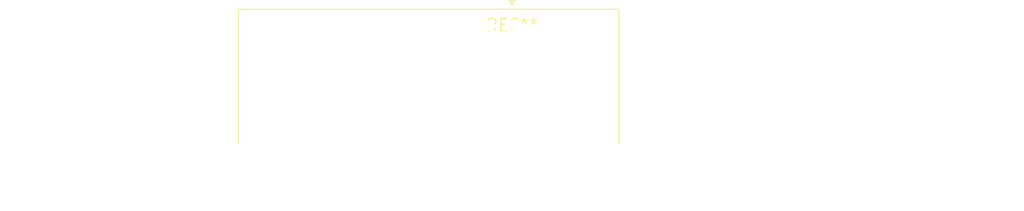
<source format=kicad_pcb>
(kicad_pcb (version 20240108) (generator pcbnew)
  (layers (0 "F.Cu" signal) (31 "B.Cu" signal) (34 "B.Paste" user) (35 "F.Paste" user) (36 "B.SilkS" user "B.Silkscreen") (37 "F.SilkS" user "F.Silkscreen") (38 "B.Mask" user) (39 "F.Mask" user) (44 "Edge.Cuts" user))
  (net 0 "")
  (footprint "DSUB-26-HD_Female_Horizontal_P2.29x1.98mm_EdgePinOffset8.35mm_Housed_MountingHolesOffset10.89mm" (layer "F.Cu") (at 0 0)
    (property "Reference" "REF**")
    (property "Value" "DSUB-26-HD_Female_Horizontal_P2.29x1.98mm_EdgePinOffset8.35mm_Housed_MountingHolesOffset10.89mm")
    (fp_line (start -28.285 -1.64) (end 11.035 -1.64) (layer "F.SilkS") (stroke (width 0.12)))
    (fp_line (start -28.285 12.25) (end -28.285 -1.64) (layer "F.SilkS") (stroke (width 0.12)))
    (fp_line (start -0.25 -2.534338) (end 0.25 -2.534338) (layer "F.SilkS") (stroke (width 0.12)))
    (fp_line (start 0 -2.101325) (end -0.25 -2.534338) (layer "F.SilkS") (stroke (width 0.12)))
    (fp_line (start 0.25 -2.534338) (end 0 -2.101325) (layer "F.SilkS") (stroke (width 0.12)))
    (fp_line (start 11.035 -1.64) (end 11.035 12.25) (layer "F.SilkS") (stroke (width 0.12)))
    (pad "0" thru_hole circle (at -25.275 1.42) (size 4 4) (drill 3.2) (layers *.Cu *.Mask) (remove_unused_layers))
    (pad "0" thru_hole circle (at 8.025 1.42) (size 4 4) (drill 3.2) (layers *.Cu *.Mask) (remove_unused_layers))
    (pad "1" thru_hole rect (at 0 0) (size 1.6 1.6) (drill 1) (layers *.Cu *.Mask) (remove_unused_layers))
    (pad "2" thru_hole circle (at -2.29 0) (size 1.6 1.6) (drill 1) (layers *.Cu *.Mask) (remove_unused_layers))
    (pad "3" thru_hole circle (at -4.58 0) (size 1.6 1.6) (drill 1) (layers *.Cu *.Mask) (remove_unused_layers))
    (pad "4" thru_hole circle (at -6.87 0) (size 1.6 1.6) (drill 1) (layers *.Cu *.Mask) (remove_unused_layers))
    (pad "5" thru_hole circle (at -9.16 0) (size 1.6 1.6) (drill 1) (layers *.Cu *.Mask) (remove_unused_layers))
    (pad "6" thru_hole circle (at -11.45 0) (size 1.6 1.6) (drill 1) (layers *.Cu *.Mask) (remove_unused_layers))
    (pad "7" thru_hole circle (at -13.74 0) (size 1.6 1.6) (drill 1) (layers *.Cu *.Mask) (remove_unused_layers))
    (pad "8" thru_hole circle (at -16.03 0) (size 1.6 1.6) (drill 1) (layers *.Cu *.Mask) (remove_unused_layers))
    (pad "9" thru_hole circle (at -18.32 0) (size 1.6 1.6) (drill 1) (layers *.Cu *.Mask) (remove_unused_layers))
    (pad "10" thru_hole circle (at 1.145 1.98) (size 1.6 1.6) (drill 1) (layers *.Cu *.Mask) (remove_unused_layers))
    (pad "11" thru_hole circle (at -1.145 1.98) (size 1.6 1.6) (drill 1) (layers *.Cu *.Mask) (remove_unused_layers))
    (pad "12" thru_hole circle (at -3.435 1.98) (size 1.6 1.6) (drill 1) (layers *.Cu *.Mask) (remove_unused_layers))
    (pad "13" thru_hole circle (at -5.725 1.98) (size 1.6 1.6) (drill 1) (layers *.Cu *.Mask) (remove_unused_layers))
    (pad "14" thru_hole circle (at -8.015 1.98) (size 1.6 1.6) (drill 1) (layers *.Cu *.Mask) (remove_unused_layers))
    (pad "15" thru_hole circle (at -10.305 1.98) (size 1.6 1.6) (drill 1) (layers *.Cu *.Mask) (remove_unused_layers))
    (pad "16" thru_hole circle (at -12.595 1.98) (size 1.6 1.6) (drill 1) (layers *.Cu *.Mask) (remove_unused_layers))
    (pad "17" thru_hole circle (at -14.885 1.98) (size 1.6 1.6) (drill 1) (layers *.Cu *.Mask) (remove_unused_layers))
    (pad "18" thru_hole circle (at -17.175 1.98) (size 1.6 1.6) (drill 1) (layers *.Cu *.Mask) (remove_unused_layers))
    (pad "19" thru_hole circle (at 0 3.96) (size 1.6 1.6) (drill 1) (layers *.Cu *.Mask) (remove_unused_layers))
    (pad "20" thru_hole circle (at -2.29 3.96) (size 1.6 1.6) (drill 1) (layers *.Cu *.Mask) (remove_unused_layers))
    (pad "21" thru_hole circle (at -4.58 3.96) (size 1.6 1.6) (drill 1) (layers *.Cu *.Mask) (remove_unused_layers))
    (pad "22" thru_hole circle (at -6.87 3.96) (size 1.6 1.6) (drill 1) (layers *.Cu *.Mask) (remove_unused_layers))
    (pad "23" thru_hole circle (at -9.16 3.96) (size 1.6 1.6) (drill 1) (layers *.Cu *.Mask) (remove_unused_layers))
    (pad "24" thru_hole circle (at -11.45 3.96) (size 1.6 1.6) (drill 1) (layers *.Cu *.Mask) (remove_unused_layers))
    (pad "25" thru_hole circle (at -13.74 3.96) (size 1.6 1.6) (drill 1) (layers *.Cu *.Mask) (remove_unused_layers))
    (pad "26" thru_hole circle (at -16.03 3.96) (size 1.6 1.6) (drill 1) (layers *.Cu *.Mask) (remove_unused_layers))
  )
)
</source>
